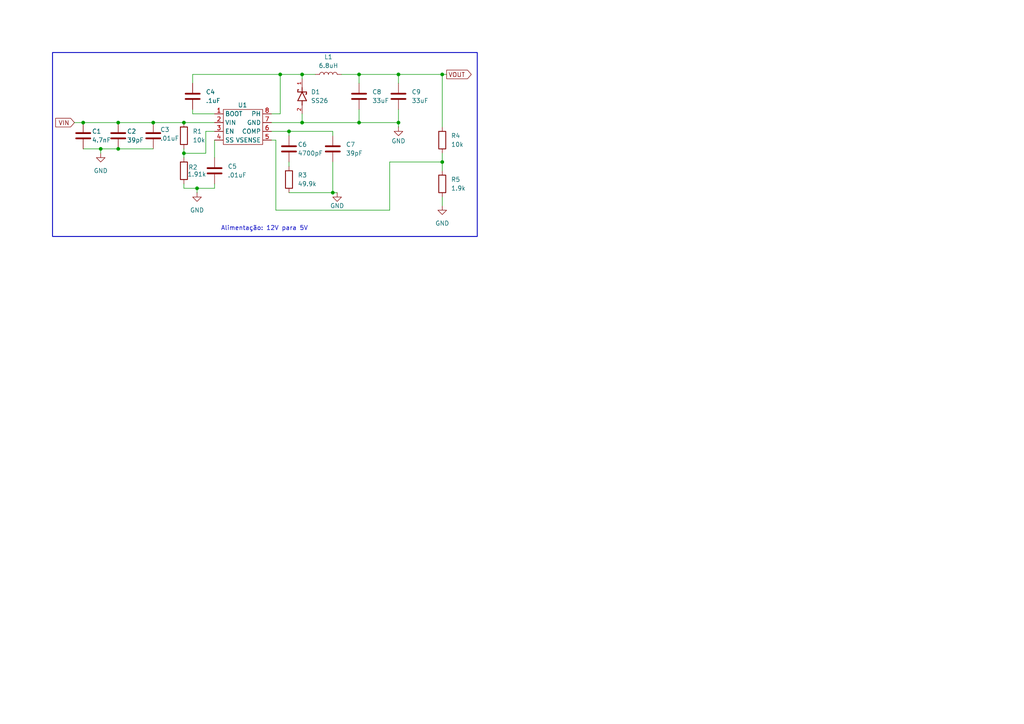
<source format=kicad_sch>
(kicad_sch (version 20250114) (generator "eeschema") (generator_version "9.0")
  (paper "A4")
  (lib_symbols
    (symbol "Device:C" (pin_numbers (hide yes)) (pin_names (offset 0.254))
      (property "Reference" "C" (at 0.635 2.54 0))
      (property "Value" "C" (at 0.635 -2.54 0))
      (symbol "C_0_1"
        (polyline (pts (xy -2.032 0.762) (xy 2.032 0.762)) (stroke (width 0.508)))
        (polyline (pts (xy -2.032 -0.762) (xy 2.032 -0.762)) (stroke (width 0.508)))
      )
      (symbol "C_1_1"
        (pin passive line (at 0 3.81 270) (length 2.794) (name "~") (number "1"))
        (pin passive line (at 0 -3.81 90) (length 2.794) (name "~") (number "2"))
      )
    )
    (symbol "Device:L" (pin_numbers (hide yes)) (pin_names (offset 1.016) (hide yes))
      (property "Reference" "L" (at -1.27 0 90))
      (property "Value" "L" (at 1.905 0 90))
      (symbol "L_0_1"
        (arc (start 0 2.54) (mid 0.6323 1.905) (end 0 1.27))
        (arc (start 0 1.27) (mid 0.6323 0.635) (end 0 0))
        (arc (start 0 0) (mid 0.6323 -0.635) (end 0 -1.27))
        (arc (start 0 -1.27) (mid 0.6323 -1.905) (end 0 -2.54))
      )
      (symbol "L_1_1"
        (pin passive line (at 0 3.81 270) (length 1.27) (name "1") (number "1"))
        (pin passive line (at 0 -3.81 90) (length 1.27) (name "2") (number "2"))
      )
    )
    (symbol "Device:R" (pin_numbers (hide yes)) (pin_names (offset 0))
      (property "Reference" "R" (at 2.032 0 90))
      (property "Value" "R" (at 0 0 90))
      (symbol "R_0_1"
        (rectangle (start -1.016 -2.54) (end 1.016 2.54) (stroke (width 0.254)))
      )
      (symbol "R_1_1"
        (pin passive line (at 0 3.81 270) (length 1.27) (name "~") (number "1"))
        (pin passive line (at 0 -3.81 90) (length 1.27) (name "~") (number "2"))
      )
    )
    (symbol "diodes:SS26" (pin_names (offset 1.016))
      (property "Reference" "D1" (at 1.2701 -2.54 90))
      (property "Value" "SS26" (at -1.2699 -2.54 90))
      (symbol "SS26_0_0"
        (polyline (pts (xy -2.54 0) (xy -1.27 0)) (stroke (width 0.254)))
        (polyline (pts (xy -1.27 1.27) (xy -1.27 -1.27)) (stroke (width 0.254)))
        (polyline (pts (xy -1.27 -1.27) (xy 1.27 0)) (stroke (width 0.254)))
        (polyline (pts (xy 0.635 -1.016) (xy 0.635 -1.27)) (stroke (width 0.254)))
        (polyline (pts (xy 1.27 1.27) (xy 1.27 -1.27)) (stroke (width 0.254)))
        (polyline (pts (xy 1.27 0) (xy -1.27 1.27)) (stroke (width 0.254)))
        (polyline (pts (xy 1.27 -1.27) (xy 0.635 -1.27)) (stroke (width 0.254)))
        (polyline (pts (xy 1.905 1.27) (xy 1.27 1.27)) (stroke (width 0.254)))
        (polyline (pts (xy 1.905 1.27) (xy 1.905 1.016)) (stroke (width 0.254)))
        (polyline (pts (xy 2.54 0) (xy 1.27 0)) (stroke (width 0.254)))
      )
      (symbol "SS26_1_0"
        (pin passive line (at -5.08 0 0) (length 2.54) (name "~") (number "2"))
        (pin passive line (at 5.08 0 180) (length 2.54) (name "~") (number "1"))
      )
    )
    (symbol "linear_regulator:TPS54331"
      (property "Reference" "U" (at 2.032 2.286 0))
      (symbol "TPS54331_0_1"
        (rectangle (start -3.81 1.27) (end 7.62 -8.89))
      )
      (symbol "TPS54331_1_1"
        (pin input line (at -6.35 0 0) (length 2.54) (name "BOOT") (number "1"))
        (pin input line (at -6.35 -2.54 0) (length 2.54) (name "VIN") (number "2"))
        (pin input line (at -6.35 -5.08 0) (length 2.54) (name "EN") (number "3"))
        (pin input line (at -6.35 -7.62 0) (length 2.54) (name "SS") (number "4"))
        (pin output line (at 10.16 0 180) (length 2.54) (name "PH") (number "8"))
        (pin passive line (at 10.16 -2.54 180) (length 2.54) (name "GND") (number "7"))
        (pin input line (at 10.16 -5.08 180) (length 2.54) (name "COMP") (number "6"))
        (pin input line (at 10.16 -7.62 180) (length 2.54) (name "VSENSE") (number "5"))
      )
    )
    (symbol "power:GND" (power) (pin_numbers (hide yes)) (pin_names (offset 0) (hide yes))
      (property "Value" "GND" (at 0 -3.81 0))
      (symbol "GND_0_1"
        (polyline (pts (xy 0 0) (xy 0 -1.27) (xy 1.27 -1.27) (xy 0 -2.54) (xy -1.27 -1.27) (xy 0 -1.27)))
      )
      (symbol "GND_1_1"
        (pin power_in line (at 0 0 270) (length 0) (name "~") (number "1"))
      )
    )
  )
  (rectangle (start 15.24 15.24) (end 138.43 68.58) (stroke (width 0.254)))
  (text "Alimentação: 12V para 5V" (at 76.708 66.294 0) (effects (font (size 1.27 1.27))))
  (junction (at 128.27 46.99))
  (junction (at 96.52 55.88))
  (junction (at 83.82 38.1))
  (junction (at 57.15 54.61))
  (junction (at 53.34 44.45))
  (junction (at 53.34 35.56))
  (junction (at 115.57 21.59))
  (junction (at 87.63 35.56))
  (junction (at 34.29 35.56))
  (junction (at 128.27 21.59))
  (junction (at 104.14 35.56))
  (junction (at 87.63 21.59))
  (junction (at 81.28 21.59))
  (junction (at 115.57 35.56))
  (junction (at 104.14 21.59))
  (junction (at 24.13 35.56))
  (junction (at 44.45 35.56))
  (junction (at 34.29 43.18))
  (junction (at 29.21 43.18))
  (wire (pts (xy 87.63 33.02) (xy 87.63 35.56)))
  (wire (pts (xy 55.88 31.75) (xy 55.88 33.02)))
  (wire (pts (xy 87.63 21.59) (xy 87.63 22.86)))
  (wire (pts (xy 55.88 21.59) (xy 81.28 21.59)))
  (wire (pts (xy 62.23 40.64) (xy 62.23 45.72)))
  (wire (pts (xy 83.82 39.37) (xy 83.82 38.1)))
  (wire (pts (xy 80.01 40.64) (xy 78.74 40.64)))
  (wire (pts (xy 96.52 55.88) (xy 96.52 46.99)))
  (wire (pts (xy 53.34 54.61) (xy 57.15 54.61)))
  (wire (pts (xy 96.52 55.88) (xy 97.79 55.88)))
  (wire (pts (xy 34.29 43.18) (xy 44.45 43.18)))
  (wire (pts (xy 115.57 35.56) (xy 115.57 36.83)))
  (wire (pts (xy 78.74 38.1) (xy 83.82 38.1)))
  (wire (pts (xy 78.74 35.56) (xy 87.63 35.56)))
  (wire (pts (xy 59.69 44.45) (xy 53.34 44.45)))
  (wire (pts (xy 24.13 43.18) (xy 29.21 43.18)))
  (wire (pts (xy 113.03 60.96) (xy 80.01 60.96)))
  (wire (pts (xy 81.28 21.59) (xy 81.28 33.02)))
  (wire (pts (xy 34.29 35.56) (xy 44.45 35.56)))
  (wire (pts (xy 115.57 21.59) (xy 128.27 21.59)))
  (wire (pts (xy 53.34 43.18) (xy 53.34 44.45)))
  (wire (pts (xy 55.88 33.02) (xy 62.23 33.02)))
  (wire (pts (xy 55.88 24.13) (xy 55.88 21.59)))
  (wire (pts (xy 53.34 44.45) (xy 53.34 45.72)))
  (wire (pts (xy 57.15 54.61) (xy 62.23 54.61)))
  (wire (pts (xy 62.23 38.1) (xy 59.69 38.1)))
  (wire (pts (xy 104.14 21.59) (xy 115.57 21.59)))
  (wire (pts (xy 53.34 53.34) (xy 53.34 54.61)))
  (wire (pts (xy 21.59 35.56) (xy 24.13 35.56)))
  (wire (pts (xy 104.14 21.59) (xy 104.14 24.13)))
  (wire (pts (xy 57.15 54.61) (xy 57.15 55.88)))
  (wire (pts (xy 115.57 21.59) (xy 115.57 24.13)))
  (wire (pts (xy 128.27 21.59) (xy 129.54 21.59)))
  (wire (pts (xy 62.23 53.34) (xy 62.23 54.61)))
  (wire (pts (xy 53.34 35.56) (xy 62.23 35.56)))
  (wire (pts (xy 44.45 35.56) (xy 53.34 35.56)))
  (wire (pts (xy 83.82 46.99) (xy 83.82 48.26)))
  (wire (pts (xy 83.82 38.1) (xy 96.52 38.1)))
  (wire (pts (xy 99.06 21.59) (xy 104.14 21.59)))
  (wire (pts (xy 104.14 31.75) (xy 104.14 35.56)))
  (wire (pts (xy 29.21 43.18) (xy 34.29 43.18)))
  (wire (pts (xy 128.27 21.59) (xy 128.27 36.83)))
  (wire (pts (xy 80.01 60.96) (xy 80.01 40.64)))
  (wire (pts (xy 104.14 35.56) (xy 115.57 35.56)))
  (wire (pts (xy 59.69 38.1) (xy 59.69 44.45)))
  (wire (pts (xy 81.28 21.59) (xy 87.63 21.59)))
  (wire (pts (xy 115.57 31.75) (xy 115.57 35.56)))
  (wire (pts (xy 96.52 38.1) (xy 96.52 39.37)))
  (wire (pts (xy 83.82 55.88) (xy 96.52 55.88)))
  (wire (pts (xy 128.27 46.99) (xy 113.03 46.99)))
  (wire (pts (xy 81.28 33.02) (xy 78.74 33.02)))
  (wire (pts (xy 87.63 21.59) (xy 91.44 21.59)))
  (wire (pts (xy 29.21 43.18) (xy 29.21 44.45)))
  (wire (pts (xy 128.27 44.45) (xy 128.27 46.99)))
  (wire (pts (xy 24.13 35.56) (xy 34.29 35.56)))
  (wire (pts (xy 128.27 57.15) (xy 128.27 59.69)))
  (wire (pts (xy 113.03 46.99) (xy 113.03 60.96)))
  (wire (pts (xy 128.27 46.99) (xy 128.27 49.53)))
  (wire (pts (xy 87.63 35.56) (xy 104.14 35.56)))
  (global_label "VOUT" (shape output) (at 129.54 21.59 0) (property "Intersheetrefs" "${INTERSHEET_REFS}" (effects (hide yes))))
  (global_label "VIN" (shape input) (at 21.59 35.56 180) (property "Intersheetrefs" "${INTERSHEET_REFS}" (effects (hide yes))))
  (symbol (lib_id "power:GND") (at 115.57 36.83 0) (unit 1)
    (property "Reference" "#PWR03" (effects (hide yes)))
    (property "Value" "GND" (at 115.57 40.894 0))
    (property "Description" "Power symbol creates a global label with name \"GND\" , ground" (effects (hide yes)))
  )
  (symbol (lib_id "Device:R") (at 53.34 49.53 0) (unit 1)
    (property "Reference" "R2" (at 54.61 48.514 0) (effects (justify left)))
    (property "Value" "1.91k" (at 54.356 50.546 0) (effects (justify left)))
    (property "Footprint" "Resistor_SMD:R_0402_1005Metric" (effects (hide yes)))
    (property "Description" "Resistor" (effects (hide yes)))
  )
  (symbol (lib_id "Device:C") (at 62.23 49.53 0) (unit 1)
    (property "Reference" "C5" (at 66.04 48.2599 0) (effects (justify left)))
    (property "Value" ".01uF" (at 66.04 50.7999 0) (effects (justify left)))
    (property "Footprint" "Capacitor_SMD:C_0201_0603Metric" (effects (hide yes)))
    (property "Description" "Unpolarized capacitor" (effects (hide yes)))
  )
  (symbol (lib_id "Device:R") (at 128.27 53.34 0) (unit 1)
    (property "Reference" "R5" (at 130.81 52.0699 0) (effects (justify left)))
    (property "Value" "1.9k" (at 130.81 54.6099 0) (effects (justify left)))
    (property "Footprint" "Resistor_SMD:R_0402_1005Metric" (effects (hide yes)))
    (property "Description" "Resistor" (effects (hide yes)))
  )
  (symbol (lib_id "Device:C") (at 24.13 39.37 0) (unit 1)
    (property "Reference" "C1" (at 26.67 38.1 0) (effects (justify left)))
    (property "Value" "4.7nF" (at 26.67 40.64 0) (effects (justify left)))
    (property "Footprint" "Capacitor_SMD:C_1210_3225Metric" (effects (hide yes)))
    (property "Description" "Unpolarized capacitor" (effects (hide yes)))
  )
  (symbol (lib_id "Device:L") (at 95.25 21.59 90) (unit 1)
    (property "Reference" "L1" (at 95.25 16.51 90))
    (property "Value" "6.8uH" (at 95.25 19.05 90))
    (property "Footprint" "Inductor_SMD:L_APV_ANR4020" (effects (hide yes)))
    (property "Description" "Inductor" (effects (hide yes)))
  )
  (symbol (lib_id "Device:R") (at 53.34 39.37 0) (unit 1)
    (property "Reference" "R1" (at 55.88 38.0999 0) (effects (justify left)))
    (property "Value" "10k" (at 55.88 40.6399 0) (effects (justify left)))
    (property "Footprint" "Resistor_SMD:R_0402_1005Metric" (effects (hide yes)))
    (property "Description" "Resistor" (effects (hide yes)))
  )
  (symbol (lib_id "power:GND") (at 97.79 55.88 0) (unit 1)
    (property "Reference" "#PWR02" (effects (hide yes)))
    (property "Value" "GND" (at 97.79 59.69 0))
    (property "Description" "Power symbol creates a global label with name \"GND\" , ground" (effects (hide yes)))
  )
  (symbol (lib_id "power:GND") (at 128.27 59.69 0) (unit 1)
    (property "Reference" "#PWR01" (effects (hide yes)))
    (property "Value" "GND" (at 128.27 64.77 0))
    (property "Description" "Power symbol creates a global label with name \"GND\" , ground" (effects (hide yes)))
  )
  (symbol (lib_id "diodes:SS26") (at 87.63 27.94 90) (unit 1)
    (property "Reference" "D1" (at 90.17 26.6699 90) (effects (justify right)))
    (property "Value" "SS26" (at 90.17 29.2099 90) (effects (justify right)))
    (property "Footprint" "ss26:SS26" (effects (hide yes)))
    (property "PARTREV" "N2306" (effects (hide yes)))
    (property "MANUFACTURER" "Taiwan Semiconductor" (effects (hide yes)))
    (property "SNAPEDA_PN" "SS22" (effects (hide yes)))
    (property "MAXIMUM_PACKAGE_HEIGHT" "2.65mm" (effects (hide yes)))
    (property "STANDARD" "Manufacturer Recommendations" (effects (hide yes)))
  )
  (symbol (lib_id "Device:C") (at 96.52 43.18 0) (unit 1)
    (property "Reference" "C7" (at 100.33 41.9099 0) (effects (justify left)))
    (property "Value" "39pF" (at 100.33 44.4499 0) (effects (justify left)))
    (property "Footprint" "Capacitor_SMD:C_0805_2012Metric" (effects (hide yes)))
    (property "Description" "Unpolarized capacitor" (effects (hide yes)))
  )
  (symbol (lib_id "power:GND") (at 29.21 44.45 0) (unit 1)
    (property "Reference" "#PWR05" (effects (hide yes)))
    (property "Value" "GND" (at 29.21 49.53 0))
    (property "Description" "Power symbol creates a global label with name \"GND\" , ground" (effects (hide yes)))
  )
  (symbol (lib_id "power:GND") (at 57.15 55.88 0) (unit 1)
    (property "Reference" "#PWR04" (effects (hide yes)))
    (property "Value" "GND" (at 57.15 60.96 0))
    (property "Description" "Power symbol creates a global label with name \"GND\" , ground" (effects (hide yes)))
  )
  (symbol (lib_id "linear_regulator:TPS54331") (at 68.58 33.02 0) (unit 1)
    (property "Reference" "U1" (at 70.358 30.48 0))
    (property "Footprint" "Package_SO:SOIC-8_3.9x4.9mm_P1.27mm" (effects (hide yes)))
    (property "Datasheet" "https://jlcpcb.com/api/file/downloadByFileSystemAccessId/8579708378375393280" (effects (hide yes)))
  )
  (symbol (lib_id "Device:C") (at 104.14 27.94 0) (unit 1)
    (property "Reference" "C8" (at 107.95 26.6699 0) (effects (justify left)))
    (property "Value" "33uF" (at 107.95 29.2099 0) (effects (justify left)))
    (property "Footprint" "Capacitor_SMD:C_1210_3225Metric" (effects (hide yes)))
    (property "Description" "Unpolarized capacitor" (effects (hide yes)))
  )
  (symbol (lib_id "Device:C") (at 83.82 43.18 0) (unit 1)
    (property "Reference" "C6" (at 86.36 41.91 0) (effects (justify left)))
    (property "Value" "4700pF" (at 86.36 44.45 0) (effects (justify left)))
    (property "Footprint" "Capacitor_SMD:C_0805_2012Metric" (effects (hide yes)))
    (property "Description" "Unpolarized capacitor" (effects (hide yes)))
  )
  (symbol (lib_id "Device:C") (at 115.57 27.94 0) (unit 1)
    (property "Reference" "C9" (at 119.38 26.6699 0) (effects (justify left)))
    (property "Value" "33uF" (at 119.38 29.2099 0) (effects (justify left)))
    (property "Footprint" "Capacitor_SMD:C_1210_3225Metric" (effects (hide yes)))
    (property "Description" "Unpolarized capacitor" (effects (hide yes)))
  )
  (symbol (lib_id "Device:C") (at 44.45 39.37 0) (unit 1)
    (property "Reference" "C3" (at 46.482 37.592 0) (effects (justify left)))
    (property "Value" ".01uF" (at 46.482 40.132 0) (effects (justify left)))
    (property "Footprint" "Capacitor_SMD:C_1210_3225Metric" (effects (hide yes)))
    (property "Description" "Unpolarized capacitor" (effects (hide yes)))
  )
  (symbol (lib_id "Device:R") (at 128.27 40.64 0) (unit 1)
    (property "Reference" "R4" (at 130.81 39.3699 0) (effects (justify left)))
    (property "Value" "10k" (at 130.81 41.9099 0) (effects (justify left)))
    (property "Footprint" "Resistor_SMD:R_0402_1005Metric" (effects (hide yes)))
    (property "Description" "Resistor" (effects (hide yes)))
  )
  (symbol (lib_id "Device:C") (at 55.88 27.94 0) (unit 1)
    (property "Reference" "C4" (at 59.69 26.6699 0) (effects (justify left)))
    (property "Value" ".1uF" (at 59.69 29.2099 0) (effects (justify left)))
    (property "Footprint" "Capacitor_SMD:C_0402_1005Metric" (effects (hide yes)))
    (property "Description" "Unpolarized capacitor" (effects (hide yes)))
  )
  (symbol (lib_id "Device:R") (at 83.82 52.07 0) (unit 1)
    (property "Reference" "R3" (at 86.36 50.7999 0) (effects (justify left)))
    (property "Value" "49.9k" (at 86.36 53.3399 0) (effects (justify left)))
    (property "Footprint" "Resistor_SMD:R_0402_1005Metric" (effects (hide yes)))
    (property "Description" "Resistor" (effects (hide yes)))
  )
  (symbol (lib_id "Device:C") (at 34.29 39.37 0) (unit 1)
    (property "Reference" "C2" (at 36.83 38.1 0) (effects (justify left)))
    (property "Value" "39pF" (at 36.83 40.64 0) (effects (justify left)))
    (property "Footprint" "Capacitor_SMD:C_1210_3225Metric" (effects (hide yes)))
    (property "Description" "Unpolarized capacitor" (effects (hide yes)))
  )
)
</source>
